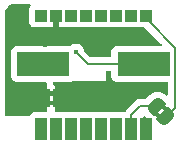
<source format=gbr>
%TF.GenerationSoftware,KiCad,Pcbnew,8.0.5-8.0.5-0~ubuntu22.04.1*%
%TF.CreationDate,2024-10-12T14:29:42+01:00*%
%TF.ProjectId,EMG_DAQ_ADS1293,454d475f-4441-4515-9f41-445331323933,1.0*%
%TF.SameCoordinates,Original*%
%TF.FileFunction,Copper,L4,Bot*%
%TF.FilePolarity,Positive*%
%FSLAX46Y46*%
G04 Gerber Fmt 4.6, Leading zero omitted, Abs format (unit mm)*
G04 Created by KiCad (PCBNEW 8.0.5-8.0.5-0~ubuntu22.04.1) date 2024-10-12 14:29:42*
%MOMM*%
%LPD*%
G01*
G04 APERTURE LIST*
G04 Aperture macros list*
%AMFreePoly0*
4,1,19,0.499999,-0.750000,0.000000,-0.750000,0.000000,-0.744912,-0.071157,-0.744911,-0.207708,-0.704816,-0.327430,-0.627875,-0.420627,-0.520320,-0.479746,-0.390866,-0.500000,-0.250000,-0.500000,0.250000,-0.479746,0.390866,-0.420627,0.520320,-0.327430,0.627875,-0.207708,0.704816,-0.071157,0.744911,0.000000,0.744912,0.000000,0.750000,0.499999,0.750000,0.499999,-0.750000,0.499999,-0.750000,
$1*%
%AMFreePoly1*
4,1,19,0.000000,0.744912,0.071157,0.744911,0.207708,0.704816,0.327430,0.627875,0.420627,0.520320,0.479746,0.390866,0.500000,0.250000,0.500000,-0.250000,0.479746,-0.390866,0.420627,-0.520320,0.327430,-0.627875,0.207708,-0.704816,0.071157,-0.744911,0.000000,-0.744912,0.000000,-0.750000,-0.499999,-0.750000,-0.499999,0.750000,0.000000,0.750000,0.000000,0.744912,0.000000,0.744912,
$1*%
G04 Aperture macros list end*
%TA.AperFunction,EtchedComponent*%
%ADD10C,0.000000*%
%TD*%
%TA.AperFunction,CastellatedPad*%
%ADD11R,1.000000X1.000000*%
%TD*%
%TA.AperFunction,SMDPad,CuDef*%
%ADD12FreePoly0,135.000000*%
%TD*%
%TA.AperFunction,SMDPad,CuDef*%
%ADD13FreePoly1,135.000000*%
%TD*%
%TA.AperFunction,SMDPad,CuDef*%
%ADD14FreePoly0,0.000000*%
%TD*%
%TA.AperFunction,SMDPad,CuDef*%
%ADD15FreePoly1,0.000000*%
%TD*%
%TA.AperFunction,SMDPad,CuDef*%
%ADD16R,4.500000X2.000000*%
%TD*%
%TA.AperFunction,ViaPad*%
%ADD17C,0.400000*%
%TD*%
%TA.AperFunction,Conductor*%
%ADD18C,0.100000*%
%TD*%
%TA.AperFunction,Conductor*%
%ADD19C,0.150000*%
%TD*%
G04 APERTURE END LIST*
%TA.AperFunction,Conductor*%
%TO.N,/in4*%
G36*
X30024500Y-36856500D02*
G01*
X31024500Y-36856500D01*
X31024500Y-37956500D01*
X30024500Y-37956500D01*
X30024500Y-36856500D01*
G37*
%TD.AperFunction*%
%TA.AperFunction,Conductor*%
%TO.N,/in5*%
G36*
X31294500Y-36856500D02*
G01*
X32294500Y-36856500D01*
X32294500Y-37956500D01*
X31294500Y-37956500D01*
X31294500Y-36856500D01*
G37*
%TD.AperFunction*%
%TA.AperFunction,Conductor*%
%TO.N,/in6*%
G36*
X32564500Y-36856500D02*
G01*
X33564500Y-36856500D01*
X33564500Y-37956500D01*
X32564500Y-37956500D01*
X32564500Y-36856500D01*
G37*
%TD.AperFunction*%
%TA.AperFunction,Conductor*%
%TO.N,GNDA*%
G36*
X33834500Y-36856500D02*
G01*
X34834500Y-36856500D01*
X34834500Y-37956500D01*
X33834500Y-37956500D01*
X33834500Y-36856500D01*
G37*
%TD.AperFunction*%
%TA.AperFunction,Conductor*%
%TO.N,/in2*%
G36*
X27484500Y-36856500D02*
G01*
X28484500Y-36856500D01*
X28484500Y-37956500D01*
X27484500Y-37956500D01*
X27484500Y-36856500D01*
G37*
%TD.AperFunction*%
%TA.AperFunction,Conductor*%
%TO.N,/in1*%
G36*
X26214500Y-36856500D02*
G01*
X27214500Y-36856500D01*
X27214500Y-37956500D01*
X26214500Y-37956500D01*
X26214500Y-36856500D01*
G37*
%TD.AperFunction*%
%TA.AperFunction,Conductor*%
G36*
X24944500Y-36856500D02*
G01*
X25944500Y-36856500D01*
X25944500Y-37956500D01*
X24944500Y-37956500D01*
X24944500Y-36856500D01*
G37*
%TD.AperFunction*%
%TA.AperFunction,Conductor*%
%TO.N,/in3*%
G36*
X28754500Y-36856500D02*
G01*
X29754500Y-36856500D01*
X29754500Y-37956500D01*
X28754500Y-37956500D01*
X28754500Y-36856500D01*
G37*
%TD.AperFunction*%
D10*
%TA.AperFunction,EtchedComponent*%
%TD*%
%TO.C,JP2*%
G36*
X35624855Y-36628698D02*
G01*
X35342013Y-36911541D01*
X34988459Y-36557987D01*
X35271302Y-36275145D01*
X35624855Y-36628698D01*
G37*
%TD.AperFunction*%
%TA.AperFunction,EtchedComponent*%
%TO.C,JP2*%
G36*
X36190541Y-36063013D02*
G01*
X35907698Y-36345855D01*
X35554145Y-35992302D01*
X35836987Y-35709459D01*
X36190541Y-36063013D01*
G37*
%TD.AperFunction*%
%TA.AperFunction,EtchedComponent*%
%TO.C,JP1*%
G36*
X26544500Y-35010500D02*
G01*
X26044500Y-35010500D01*
X26044500Y-34610500D01*
X26544500Y-34610500D01*
X26544500Y-35010500D01*
G37*
%TD.AperFunction*%
%TA.AperFunction,EtchedComponent*%
G36*
X26544500Y-35810500D02*
G01*
X26044500Y-35810500D01*
X26044500Y-35410500D01*
X26544500Y-35410500D01*
X26544500Y-35810500D01*
G37*
%TD.AperFunction*%
%TD*%
D11*
%TO.P,J3,1,Pin_1*%
%TO.N,/in1*%
X26714500Y-38210500D03*
%TD*%
%TO.P,J1,1,Pin_1*%
%TO.N,unconnected-(J1-Pin_1-Pad1)*%
X27984500Y-28210500D03*
%TD*%
%TO.P,J2,1,Pin_1*%
%TO.N,/in1*%
X25444500Y-38210500D03*
%TD*%
%TO.P,J9,1,Pin_1*%
%TO.N,/POCI*%
X29254500Y-28210500D03*
%TD*%
%TO.P,J15,1,Pin_1*%
%TO.N,/in6*%
X33064500Y-38210500D03*
%TD*%
%TO.P,J7,1,Pin_1*%
%TO.N,/extRef*%
X34334500Y-28210500D03*
%TD*%
%TO.P,J5,1,Pin_1*%
%TO.N,/in3*%
X29254500Y-38210500D03*
%TD*%
%TO.P,J4,1,Pin_1*%
%TO.N,/in2*%
X27984500Y-38210500D03*
%TD*%
%TO.P,J10,1,Pin_1*%
%TO.N,/PICO*%
X30524500Y-28210500D03*
%TD*%
%TO.P,J14,1,Pin_1*%
%TO.N,GND*%
X26714500Y-28210500D03*
%TD*%
%TO.P,J8,1,Pin_1*%
%TO.N,/in5*%
X31794500Y-38210500D03*
%TD*%
%TO.P,J12,1,Pin_1*%
%TO.N,/CSB*%
X33064500Y-28210500D03*
%TD*%
%TO.P,J16,1,Pin_1*%
%TO.N,GNDA*%
X34334500Y-38210500D03*
%TD*%
%TO.P,J6,1,Pin_1*%
%TO.N,/in4*%
X30524500Y-38210500D03*
%TD*%
%TO.P,J11,1,Pin_1*%
%TO.N,/SCLK*%
X31794500Y-28210500D03*
%TD*%
%TO.P,J13,1,Pin_1*%
%TO.N,+3.3V*%
X25444500Y-28210500D03*
%TD*%
D12*
%TO.P,JP2,1,A*%
%TO.N,/extRef*%
X36049119Y-36770119D03*
D13*
%TO.P,JP2,2,B*%
%TO.N,/in6*%
X35129881Y-35850881D03*
%TD*%
D14*
%TO.P,JP1,1,A*%
%TO.N,GND*%
X25644501Y-35210500D03*
D15*
%TO.P,JP1,2,B*%
%TO.N,GNDA*%
X26944499Y-35210500D03*
%TD*%
D16*
%TO.P,Y1,1,1*%
%TO.N,XTAL1*%
X34139500Y-32310500D03*
%TO.P,Y1,2,2*%
%TO.N,XTAL2*%
X25639500Y-32310500D03*
%TD*%
D17*
%TO.N,GNDA*%
X34334500Y-37194500D03*
X27014500Y-35220500D03*
%TO.N,GND*%
X25789500Y-30710500D03*
X23544500Y-36210500D03*
%TO.N,XTAL2*%
X27639500Y-32860500D03*
%TO.N,XTAL1*%
X28389500Y-31285500D03*
%TO.N,/in1*%
X25444500Y-37194500D03*
X26714500Y-37194500D03*
%TO.N,/in2*%
X27984500Y-37194500D03*
%TO.N,/in3*%
X29254500Y-37194500D03*
%TO.N,/in4*%
X30524500Y-37194500D03*
%TO.N,/in5*%
X31794500Y-37194500D03*
%TO.N,/in6*%
X33064500Y-37194500D03*
%TD*%
D18*
%TO.N,GND*%
X24544500Y-35210500D02*
X25644501Y-35210500D01*
X23544500Y-36210500D02*
X24544500Y-35210500D01*
D19*
%TO.N,XTAL2*%
X27639500Y-32860500D02*
X27089500Y-32310500D01*
X27089500Y-32310500D02*
X25639500Y-32310500D01*
%TO.N,XTAL1*%
X28389500Y-31285500D02*
X29414500Y-32310500D01*
X29414500Y-32310500D02*
X34139500Y-32310500D01*
%TO.N,/in6*%
X34939500Y-36310500D02*
X35129881Y-36120119D01*
X33064500Y-36635500D02*
X33064500Y-37194500D01*
X35129881Y-35850881D02*
X33849119Y-35850881D01*
X33064500Y-37194500D02*
X33064500Y-38210500D01*
X33849119Y-35850881D02*
X33064500Y-36635500D01*
X35129881Y-36120119D02*
X35129881Y-35850881D01*
%TO.N,/extRef*%
X34539500Y-28210500D02*
X34334500Y-28210500D01*
X36049119Y-36770119D02*
X36789500Y-36029738D01*
X36789500Y-30960500D02*
X34539500Y-28710500D01*
X36789500Y-36029738D02*
X36789500Y-30960500D01*
%TD*%
%TA.AperFunction,Conductor*%
%TO.N,GNDA*%
G36*
X34270203Y-36767193D02*
G01*
X34276681Y-36773225D01*
X34561546Y-37058091D01*
X34595031Y-37119414D01*
X34590047Y-37189106D01*
X34584500Y-37197737D01*
X34584500Y-38000882D01*
X34534054Y-37950436D01*
X34459945Y-37907649D01*
X34377287Y-37885500D01*
X34291713Y-37885500D01*
X34209055Y-37907649D01*
X34134946Y-37950436D01*
X34084500Y-38000882D01*
X34084500Y-37196517D01*
X34067834Y-37165996D01*
X34065000Y-37139638D01*
X34065000Y-36860906D01*
X34084685Y-36793867D01*
X34137489Y-36748112D01*
X34206647Y-36738168D01*
X34270203Y-36767193D01*
G37*
%TD.AperFunction*%
%TA.AperFunction,Conductor*%
G36*
X31332040Y-32905685D02*
G01*
X31377795Y-32958489D01*
X31389001Y-33010000D01*
X31389001Y-33358376D01*
X31395408Y-33417983D01*
X31445702Y-33552828D01*
X31445706Y-33552835D01*
X31531952Y-33668044D01*
X31531955Y-33668047D01*
X31647164Y-33754293D01*
X31647171Y-33754297D01*
X31782017Y-33804591D01*
X31782016Y-33804591D01*
X31788944Y-33805335D01*
X31841627Y-33811000D01*
X36090000Y-33810999D01*
X36157039Y-33830684D01*
X36202794Y-33883488D01*
X36214000Y-33934999D01*
X36214000Y-34860094D01*
X36194315Y-34927133D01*
X36141511Y-34972888D01*
X36072353Y-34982832D01*
X36008797Y-34953807D01*
X36002319Y-34947775D01*
X35981030Y-34926486D01*
X35975429Y-34918719D01*
X35851640Y-34826052D01*
X35851632Y-34826047D01*
X35725451Y-34757147D01*
X35725452Y-34757147D01*
X35699200Y-34747355D01*
X35590641Y-34706865D01*
X35590634Y-34706863D01*
X35590633Y-34706863D01*
X35450163Y-34676304D01*
X35450150Y-34676302D01*
X35450149Y-34676302D01*
X35450142Y-34676301D01*
X35450138Y-34676300D01*
X35450133Y-34676300D01*
X35306629Y-34666037D01*
X35163222Y-34676294D01*
X35163214Y-34676295D01*
X35022635Y-34706877D01*
X35022630Y-34706878D01*
X35022629Y-34706879D01*
X34990062Y-34719025D01*
X34887914Y-34757124D01*
X34887910Y-34757126D01*
X34761638Y-34826076D01*
X34659003Y-34902907D01*
X34651718Y-34907055D01*
X34606693Y-34952080D01*
X34606688Y-34952082D01*
X34319709Y-35239062D01*
X34258386Y-35272547D01*
X34232028Y-35275381D01*
X33773353Y-35275381D01*
X33626982Y-35314600D01*
X33495754Y-35390366D01*
X33495751Y-35390368D01*
X32603987Y-36282132D01*
X32603980Y-36282141D01*
X32597072Y-36294107D01*
X32546504Y-36342321D01*
X32505879Y-36355042D01*
X32498610Y-36355999D01*
X32461592Y-36365918D01*
X32397408Y-36365918D01*
X32360393Y-36356000D01*
X32360392Y-36356000D01*
X31360392Y-36356000D01*
X31228608Y-36356000D01*
X31228606Y-36356000D01*
X31191592Y-36365918D01*
X31127408Y-36365918D01*
X31090393Y-36356000D01*
X31090392Y-36356000D01*
X30090392Y-36356000D01*
X29958608Y-36356000D01*
X29958606Y-36356000D01*
X29921592Y-36365918D01*
X29857408Y-36365918D01*
X29820393Y-36356000D01*
X29820392Y-36356000D01*
X28820392Y-36356000D01*
X28688608Y-36356000D01*
X28688606Y-36356000D01*
X28651592Y-36365918D01*
X28587408Y-36365918D01*
X28550393Y-36356000D01*
X28550392Y-36356000D01*
X27550392Y-36356000D01*
X27418608Y-36356000D01*
X27418606Y-36356000D01*
X27381592Y-36365918D01*
X27317408Y-36365918D01*
X27280393Y-36356000D01*
X27280392Y-36356000D01*
X26706893Y-36356000D01*
X26639854Y-36336315D01*
X26594099Y-36283511D01*
X26584155Y-36214353D01*
X26594099Y-36180488D01*
X26629524Y-36102918D01*
X26629523Y-36102918D01*
X26629525Y-36102916D01*
X26650001Y-35960500D01*
X26650001Y-35496263D01*
X26650001Y-34460500D01*
X26644856Y-34388560D01*
X26604320Y-34250508D01*
X26526532Y-34129468D01*
X26492796Y-34100235D01*
X26455022Y-34041456D01*
X26450000Y-34006523D01*
X26450000Y-33934999D01*
X26469685Y-33867960D01*
X26522489Y-33822205D01*
X26574000Y-33810999D01*
X27937371Y-33810999D01*
X27937372Y-33810999D01*
X27996983Y-33804591D01*
X28131831Y-33754296D01*
X28157296Y-33735233D01*
X28222761Y-33710816D01*
X28231607Y-33710500D01*
X28466877Y-33710500D01*
X28484523Y-33711762D01*
X28487650Y-33712211D01*
X28514000Y-33716000D01*
X28514003Y-33716000D01*
X30320490Y-33716000D01*
X30320500Y-33716000D01*
X30365043Y-33711210D01*
X30378298Y-33710500D01*
X30944500Y-33710500D01*
X30944500Y-33133622D01*
X30945762Y-33115975D01*
X30950000Y-33086500D01*
X30950000Y-33010000D01*
X30969685Y-32942961D01*
X31022489Y-32897206D01*
X31074000Y-32886000D01*
X31265001Y-32886000D01*
X31332040Y-32905685D01*
G37*
%TD.AperFunction*%
%TD*%
%TA.AperFunction,Conductor*%
%TO.N,GND*%
G36*
X24505051Y-27240685D02*
G01*
X24550806Y-27293489D01*
X24560750Y-27362647D01*
X24537279Y-27419311D01*
X24500704Y-27468168D01*
X24500702Y-27468171D01*
X24450408Y-27603017D01*
X24444001Y-27662616D01*
X24444001Y-27662623D01*
X24444000Y-27662635D01*
X24444000Y-28758370D01*
X24444001Y-28758376D01*
X24450408Y-28817983D01*
X24500702Y-28952828D01*
X24500706Y-28952835D01*
X24586952Y-29068044D01*
X24586955Y-29068047D01*
X24702164Y-29154293D01*
X24702171Y-29154297D01*
X24837017Y-29204591D01*
X24837016Y-29204591D01*
X24843944Y-29205335D01*
X24896627Y-29211000D01*
X25992372Y-29210999D01*
X26051983Y-29204591D01*
X26051990Y-29204588D01*
X26052066Y-29204571D01*
X26052171Y-29204570D01*
X26059697Y-29203762D01*
X26059783Y-29204570D01*
X26099272Y-29204569D01*
X26099412Y-29203269D01*
X26166655Y-29210499D01*
X26166672Y-29210500D01*
X26464500Y-29210500D01*
X26464500Y-28420118D01*
X26514946Y-28470564D01*
X26589055Y-28513351D01*
X26671713Y-28535500D01*
X26757287Y-28535500D01*
X26839945Y-28513351D01*
X26914054Y-28470564D01*
X26964500Y-28420118D01*
X26964500Y-29210500D01*
X27262328Y-29210500D01*
X27262344Y-29210499D01*
X27329588Y-29203269D01*
X27329727Y-29204568D01*
X27369217Y-29204568D01*
X27369304Y-29203762D01*
X27376800Y-29204568D01*
X27376923Y-29204568D01*
X27377010Y-29204588D01*
X27377017Y-29204591D01*
X27377023Y-29204591D01*
X27377025Y-29204592D01*
X27385732Y-29205528D01*
X27436627Y-29211000D01*
X28532372Y-29210999D01*
X28580259Y-29205851D01*
X28599697Y-29203762D01*
X28599811Y-29204830D01*
X28639188Y-29204829D01*
X28639303Y-29203761D01*
X28647014Y-29204589D01*
X28647017Y-29204591D01*
X28706627Y-29211000D01*
X29802372Y-29210999D01*
X29850259Y-29205851D01*
X29869697Y-29203762D01*
X29869811Y-29204830D01*
X29909188Y-29204829D01*
X29909303Y-29203761D01*
X29917014Y-29204589D01*
X29917017Y-29204591D01*
X29976627Y-29211000D01*
X31072372Y-29210999D01*
X31120259Y-29205851D01*
X31139697Y-29203762D01*
X31139811Y-29204830D01*
X31179188Y-29204829D01*
X31179303Y-29203761D01*
X31187014Y-29204589D01*
X31187017Y-29204591D01*
X31246627Y-29211000D01*
X32342372Y-29210999D01*
X32390259Y-29205851D01*
X32409697Y-29203762D01*
X32409811Y-29204830D01*
X32449188Y-29204829D01*
X32449303Y-29203761D01*
X32457014Y-29204589D01*
X32457017Y-29204591D01*
X32516627Y-29211000D01*
X33612372Y-29210999D01*
X33660259Y-29205851D01*
X33679697Y-29203762D01*
X33679811Y-29204830D01*
X33719188Y-29204829D01*
X33719303Y-29203761D01*
X33727014Y-29204589D01*
X33727017Y-29204591D01*
X33786627Y-29211000D01*
X34174757Y-29210999D01*
X34241796Y-29230683D01*
X34262438Y-29247318D01*
X35613439Y-30598319D01*
X35646924Y-30659642D01*
X35641940Y-30729334D01*
X35600068Y-30785267D01*
X35534604Y-30809684D01*
X35525758Y-30810000D01*
X31841629Y-30810000D01*
X31841623Y-30810001D01*
X31782016Y-30816408D01*
X31647171Y-30866702D01*
X31647164Y-30866706D01*
X31531955Y-30952952D01*
X31531952Y-30952955D01*
X31445706Y-31068164D01*
X31445702Y-31068171D01*
X31395408Y-31203017D01*
X31389001Y-31262616D01*
X31389000Y-31262635D01*
X31389000Y-31611000D01*
X31369315Y-31678039D01*
X31316511Y-31723794D01*
X31265000Y-31735000D01*
X29704242Y-31735000D01*
X29637203Y-31715315D01*
X29616561Y-31698681D01*
X29110443Y-31192563D01*
X29076958Y-31131240D01*
X29075029Y-31119835D01*
X29074640Y-31116628D01*
X29014318Y-30957570D01*
X29011132Y-30952955D01*
X28979976Y-30907818D01*
X28917683Y-30817571D01*
X28790352Y-30704766D01*
X28790349Y-30704763D01*
X28639726Y-30625710D01*
X28474556Y-30585000D01*
X28304444Y-30585000D01*
X28139273Y-30625710D01*
X27988649Y-30704764D01*
X27988647Y-30704766D01*
X27905061Y-30778816D01*
X27841828Y-30808537D01*
X27822835Y-30810000D01*
X23341629Y-30810000D01*
X23341623Y-30810001D01*
X23282016Y-30816408D01*
X23147171Y-30866702D01*
X23147164Y-30866706D01*
X23031955Y-30952952D01*
X23031952Y-30952955D01*
X22945706Y-31068164D01*
X22945702Y-31068171D01*
X22895408Y-31203017D01*
X22889001Y-31262616D01*
X22889000Y-31262635D01*
X22889000Y-33358370D01*
X22889001Y-33358376D01*
X22895408Y-33417983D01*
X22945702Y-33552828D01*
X22945706Y-33552835D01*
X23031952Y-33668044D01*
X23031955Y-33668047D01*
X23147164Y-33754293D01*
X23147171Y-33754297D01*
X23282017Y-33804591D01*
X23282016Y-33804591D01*
X23288944Y-33805335D01*
X23341627Y-33811000D01*
X25820501Y-33810999D01*
X25887539Y-33830684D01*
X25933294Y-33883487D01*
X25944500Y-33934999D01*
X25944500Y-34413370D01*
X25943238Y-34431016D01*
X25938999Y-34460498D01*
X25938999Y-35960504D01*
X25944184Y-36033004D01*
X25944500Y-36041849D01*
X25944500Y-36232000D01*
X25924815Y-36299039D01*
X25872011Y-36344794D01*
X25820500Y-36356000D01*
X24878608Y-36356000D01*
X24751312Y-36390108D01*
X24637186Y-36456000D01*
X24637183Y-36456002D01*
X24544002Y-36549183D01*
X24543998Y-36549189D01*
X24486661Y-36648500D01*
X24436094Y-36696716D01*
X24379274Y-36710500D01*
X22524000Y-36710500D01*
X22456961Y-36690815D01*
X22411206Y-36638011D01*
X22400000Y-36586500D01*
X22400000Y-27966592D01*
X22400597Y-27954439D01*
X22407377Y-27885597D01*
X22413012Y-27828380D01*
X22417751Y-27804554D01*
X22452748Y-27689183D01*
X22462046Y-27666738D01*
X22518874Y-27560421D01*
X22532370Y-27540221D01*
X22608850Y-27447030D01*
X22626029Y-27429851D01*
X22719221Y-27353370D01*
X22739421Y-27339873D01*
X22845738Y-27283046D01*
X22868182Y-27273748D01*
X22983553Y-27238751D01*
X23007378Y-27234012D01*
X23116082Y-27223305D01*
X23133419Y-27221598D01*
X23145573Y-27221001D01*
X23194266Y-27221001D01*
X23194275Y-27221000D01*
X24438012Y-27221000D01*
X24505051Y-27240685D01*
G37*
%TD.AperFunction*%
%TD*%
M02*

</source>
